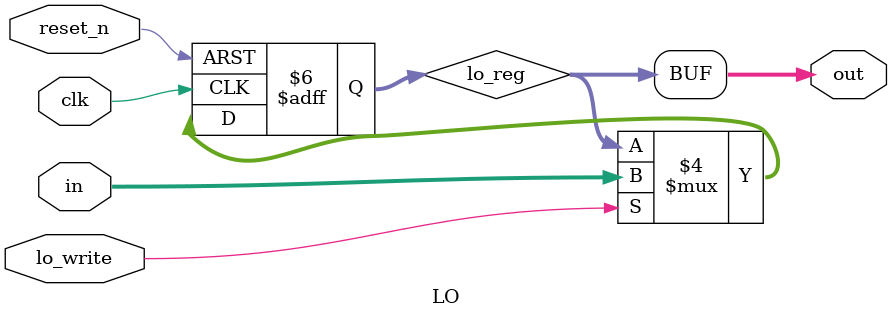
<source format=v>
`timescale 1ns / 1ps


module LO #(parameter Bits = 32) (clk,reset_n,lo_write,in,out);
input               clk         ;
input               reset_n     ;
input               lo_write    ;
input   [Bits-1:0]  in          ;
output  [Bits-1:0]  out         ;

reg     [Bits-1:0]  lo_reg      ;

always @(posedge clk or negedge reset_n)
begin
    if (~reset_n)
    lo_reg <= 32'b0;
    else if(lo_write)
    lo_reg <= in;
    else
    lo_reg <= lo_reg;
end

assign out =lo_reg ;

endmodule

</source>
